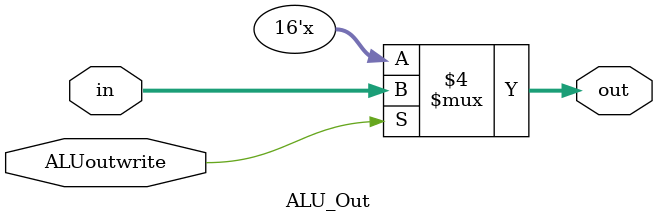
<source format=v>
module ALU_16bit(in1, in2, ALU_op, out, zero_flag);
	input [15:0] in1;
	input [15:0] in2;
	input [1:0] ALU_op;
	output reg [15:0] out;
	output reg zero_flag;
	
	always @(*)
	begin
	case(ALU_op)  //Deciding the operation performed by ALU based on ALUop (Covers ADD, SUB, NAND, OR)
		
		2'b00: out= in1+in2;  

		2'b01: begin
			out= in1-in2;
			zero_flag= (in1==in2)?1'b1:1'b0;
			end

		2'b10: out= ((~in1)|(~in2));
			
		2'b11: out= (in1|in2);

		default: out=16'h0000;
	endcase
	end
endmodule

module ALU_Out(output reg [15:0] out,input [15:0] in,input ALUoutwrite);  //Again, same reason as PC, IR
always @(ALUoutwrite,in) begin
	if(ALUoutwrite == 1'b1)
	out = in;
end
endmodule

/*module ALU_16bit_tb();
	reg[15:0] in1_tb, in2_tb, ALU_op_tb;
	wire[15:0] out_tb;
	wire cry_out_tb, zero_flag_tb;
	
ALU_16bit uut (.in1(in1_tb), .in2(in2_tb), .ALU_op(ALU_op_tb), .out(out_tb), .cry_out(cry_out_tb), .zero_flag(zero_flag_tb));

	initial
	begin
		in1_tb= 16'd1528;
		in2_tb= 16'd7352;
		ALU_op_tb=2'b00;
		#5 ALU_op_tb= 2'b01;
		#5 ALU_op_tb= 2'b10;
		#5 ALU_op_tb= 2'b11;
	end
endmodule
*/
	
			
		
		
		
		


</source>
